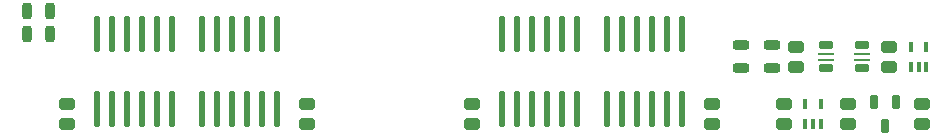
<source format=gtp>
G04 #@! TF.GenerationSoftware,KiCad,Pcbnew,(6.0.10-0)*
G04 #@! TF.CreationDate,2023-02-01T03:03:14-05:00*
G04 #@! TF.ProjectId,GW4194-SOJ-DC,47573431-3934-42d5-934f-4a2d44432e6b,1.1-SOJ-DC*
G04 #@! TF.SameCoordinates,Original*
G04 #@! TF.FileFunction,Paste,Top*
G04 #@! TF.FilePolarity,Positive*
%FSLAX46Y46*%
G04 Gerber Fmt 4.6, Leading zero omitted, Abs format (unit mm)*
G04 Created by KiCad (PCBNEW (6.0.10-0)) date 2023-02-01 03:03:14*
%MOMM*%
%LPD*%
G01*
G04 APERTURE LIST*
G04 Aperture macros list*
%AMRoundRect*
0 Rectangle with rounded corners*
0 $1 Rounding radius*
0 $2 $3 $4 $5 $6 $7 $8 $9 X,Y pos of 4 corners*
0 Add a 4 corners polygon primitive as box body*
4,1,4,$2,$3,$4,$5,$6,$7,$8,$9,$2,$3,0*
0 Add four circle primitives for the rounded corners*
1,1,$1+$1,$2,$3*
1,1,$1+$1,$4,$5*
1,1,$1+$1,$6,$7*
1,1,$1+$1,$8,$9*
0 Add four rect primitives between the rounded corners*
20,1,$1+$1,$2,$3,$4,$5,0*
20,1,$1+$1,$4,$5,$6,$7,0*
20,1,$1+$1,$6,$7,$8,$9,0*
20,1,$1+$1,$8,$9,$2,$3,0*%
G04 Aperture macros list end*
%ADD10RoundRect,0.237500X-0.437500X0.262500X-0.437500X-0.262500X0.437500X-0.262500X0.437500X0.262500X0*%
%ADD11RoundRect,0.237500X0.437500X-0.262500X0.437500X0.262500X-0.437500X0.262500X-0.437500X-0.262500X0*%
%ADD12RoundRect,0.187500X0.212500X0.487500X-0.212500X0.487500X-0.212500X-0.487500X0.212500X-0.487500X0*%
%ADD13RoundRect,0.187500X-0.212500X-0.487500X0.212500X-0.487500X0.212500X0.487500X-0.212500X0.487500X0*%
%ADD14RoundRect,0.187500X-0.487500X0.212500X-0.487500X-0.212500X0.487500X-0.212500X0.487500X0.212500X0*%
%ADD15RoundRect,0.060000X0.100000X-0.400000X0.100000X0.400000X-0.100000X0.400000X-0.100000X-0.400000X0*%
%ADD16RoundRect,0.150000X-0.200000X0.475000X-0.200000X-0.475000X0.200000X-0.475000X0.200000X0.475000X0*%
%ADD17RoundRect,0.187500X0.487500X-0.212500X0.487500X0.212500X-0.487500X0.212500X-0.487500X-0.212500X0*%
%ADD18RoundRect,0.125000X0.150000X-1.374000X0.150000X1.374000X-0.150000X1.374000X-0.150000X-1.374000X0*%
%ADD19RoundRect,0.125000X-0.475000X-0.175000X0.475000X-0.175000X0.475000X0.175000X-0.475000X0.175000X0*%
%ADD20RoundRect,0.025000X-0.600000X-0.075000X0.600000X-0.075000X0.600000X0.075000X-0.600000X0.075000X0*%
%ADD21RoundRect,0.125000X-0.500000X0.175000X-0.500000X-0.175000X0.500000X-0.175000X0.500000X0.175000X0*%
%ADD22RoundRect,0.125000X-0.500000X-0.175000X0.500000X-0.175000X0.500000X0.175000X-0.500000X0.175000X0*%
G04 APERTURE END LIST*
D10*
X85090000Y-92407000D03*
X85090000Y-94107000D03*
X105410000Y-92407000D03*
X105410000Y-94107000D03*
X119380000Y-92407000D03*
X119380000Y-94107000D03*
D11*
X157480000Y-94107000D03*
X157480000Y-92407000D03*
D12*
X83650000Y-86500000D03*
X81750000Y-86500000D03*
D13*
X81750000Y-84500000D03*
X83650000Y-84500000D03*
D10*
X146800000Y-87550000D03*
X146800000Y-89250000D03*
D14*
X144800000Y-87450000D03*
X144800000Y-89350000D03*
D15*
X147600000Y-94100000D03*
X148250000Y-94100000D03*
X148900000Y-94100000D03*
X148900000Y-92400000D03*
X147600000Y-92400000D03*
X156550000Y-89250000D03*
X157200000Y-89250000D03*
X157850000Y-89250000D03*
X157850000Y-87550000D03*
X156550000Y-87550000D03*
D10*
X154700000Y-87550000D03*
X154700000Y-89250000D03*
D16*
X155300000Y-92200000D03*
X153400000Y-92200000D03*
X154350000Y-94300000D03*
D10*
X151250000Y-92400000D03*
X151250000Y-94100000D03*
D17*
X142200000Y-89350000D03*
X142200000Y-87450000D03*
D10*
X145800000Y-92400000D03*
X145800000Y-94100000D03*
D18*
X121920000Y-92837000D03*
X123190000Y-92837000D03*
X124460000Y-92837000D03*
X125730000Y-92837000D03*
X127000000Y-92837000D03*
X128270000Y-92837000D03*
X130810000Y-92837000D03*
X132080000Y-92837000D03*
X133350000Y-92837000D03*
X134620000Y-92837000D03*
X135890000Y-92837000D03*
X137160000Y-92837000D03*
X137160000Y-86487000D03*
X135890000Y-86487000D03*
X134620000Y-86487000D03*
X133350000Y-86487000D03*
X132080000Y-86487000D03*
X130810000Y-86487000D03*
X128270000Y-86487000D03*
X127000000Y-86487000D03*
X125730000Y-86487000D03*
X124460000Y-86487000D03*
X123190000Y-86487000D03*
X121920000Y-86487000D03*
X87630000Y-92837000D03*
X88900000Y-92837000D03*
X90170000Y-92837000D03*
X91440000Y-92837000D03*
X92710000Y-92837000D03*
X93980000Y-92837000D03*
X96520000Y-92837000D03*
X97790000Y-92837000D03*
X99060000Y-92837000D03*
X100330000Y-92837000D03*
X101600000Y-92837000D03*
X102870000Y-92837000D03*
X102870000Y-86487000D03*
X101600000Y-86487000D03*
X100330000Y-86487000D03*
X99060000Y-86487000D03*
X97790000Y-86487000D03*
X96520000Y-86487000D03*
X93980000Y-86487000D03*
X92710000Y-86487000D03*
X91440000Y-86487000D03*
X90170000Y-86487000D03*
X88900000Y-86487000D03*
X87630000Y-86487000D03*
D10*
X139700000Y-92407000D03*
X139700000Y-94107000D03*
D19*
X149350000Y-87450000D03*
D20*
X149325000Y-88150000D03*
X149325000Y-88650000D03*
D19*
X149350000Y-89350000D03*
D21*
X152375000Y-89350000D03*
D20*
X152375000Y-88650000D03*
X152375000Y-88150000D03*
D22*
X152375000Y-87450000D03*
M02*

</source>
